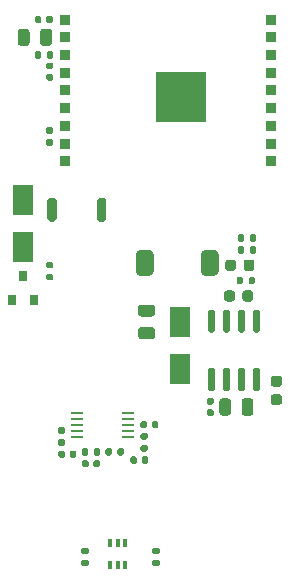
<source format=gbr>
%TF.GenerationSoftware,KiCad,Pcbnew,5.1.10*%
%TF.CreationDate,2021-08-16T03:58:39-04:00*%
%TF.ProjectId,wifi-50A-relay,77696669-2d35-4304-912d-72656c61792e,rev?*%
%TF.SameCoordinates,Original*%
%TF.FileFunction,Paste,Top*%
%TF.FilePolarity,Positive*%
%FSLAX46Y46*%
G04 Gerber Fmt 4.6, Leading zero omitted, Abs format (unit mm)*
G04 Created by KiCad (PCBNEW 5.1.10) date 2021-08-16 03:58:39*
%MOMM*%
%LPD*%
G01*
G04 APERTURE LIST*
%ADD10R,1.100000X0.250000*%
%ADD11R,4.300000X4.300000*%
%ADD12R,0.850000X0.912500*%
%ADD13R,0.800000X0.900000*%
%ADD14R,0.400000X0.650000*%
%ADD15R,1.800000X2.500000*%
G04 APERTURE END LIST*
%TO.C,R12*%
G36*
G01*
X91685000Y-59560000D02*
X91315000Y-59560000D01*
G75*
G02*
X91180000Y-59425000I0J135000D01*
G01*
X91180000Y-59155000D01*
G75*
G02*
X91315000Y-59020000I135000J0D01*
G01*
X91685000Y-59020000D01*
G75*
G02*
X91820000Y-59155000I0J-135000D01*
G01*
X91820000Y-59425000D01*
G75*
G02*
X91685000Y-59560000I-135000J0D01*
G01*
G37*
G36*
G01*
X91685000Y-60580000D02*
X91315000Y-60580000D01*
G75*
G02*
X91180000Y-60445000I0J135000D01*
G01*
X91180000Y-60175000D01*
G75*
G02*
X91315000Y-60040000I135000J0D01*
G01*
X91685000Y-60040000D01*
G75*
G02*
X91820000Y-60175000I0J-135000D01*
G01*
X91820000Y-60445000D01*
G75*
G02*
X91685000Y-60580000I-135000J0D01*
G01*
G37*
%TD*%
%TO.C,C13*%
G36*
G01*
X94800000Y-75930000D02*
X94800000Y-76270000D01*
G75*
G02*
X94660000Y-76410000I-140000J0D01*
G01*
X94380000Y-76410000D01*
G75*
G02*
X94240000Y-76270000I0J140000D01*
G01*
X94240000Y-75930000D01*
G75*
G02*
X94380000Y-75790000I140000J0D01*
G01*
X94660000Y-75790000D01*
G75*
G02*
X94800000Y-75930000I0J-140000D01*
G01*
G37*
G36*
G01*
X95760000Y-75930000D02*
X95760000Y-76270000D01*
G75*
G02*
X95620000Y-76410000I-140000J0D01*
G01*
X95340000Y-76410000D01*
G75*
G02*
X95200000Y-76270000I0J140000D01*
G01*
X95200000Y-75930000D01*
G75*
G02*
X95340000Y-75790000I140000J0D01*
G01*
X95620000Y-75790000D01*
G75*
G02*
X95760000Y-75930000I0J-140000D01*
G01*
G37*
%TD*%
%TO.C,C12*%
G36*
G01*
X98900000Y-75630000D02*
X98900000Y-75970000D01*
G75*
G02*
X98760000Y-76110000I-140000J0D01*
G01*
X98480000Y-76110000D01*
G75*
G02*
X98340000Y-75970000I0J140000D01*
G01*
X98340000Y-75630000D01*
G75*
G02*
X98480000Y-75490000I140000J0D01*
G01*
X98760000Y-75490000D01*
G75*
G02*
X98900000Y-75630000I0J-140000D01*
G01*
G37*
G36*
G01*
X99860000Y-75630000D02*
X99860000Y-75970000D01*
G75*
G02*
X99720000Y-76110000I-140000J0D01*
G01*
X99440000Y-76110000D01*
G75*
G02*
X99300000Y-75970000I0J140000D01*
G01*
X99300000Y-75630000D01*
G75*
G02*
X99440000Y-75490000I140000J0D01*
G01*
X99720000Y-75490000D01*
G75*
G02*
X99860000Y-75630000I0J-140000D01*
G01*
G37*
%TD*%
%TO.C,C11*%
G36*
G01*
X93200000Y-75470000D02*
X93200000Y-75130000D01*
G75*
G02*
X93340000Y-74990000I140000J0D01*
G01*
X93620000Y-74990000D01*
G75*
G02*
X93760000Y-75130000I0J-140000D01*
G01*
X93760000Y-75470000D01*
G75*
G02*
X93620000Y-75610000I-140000J0D01*
G01*
X93340000Y-75610000D01*
G75*
G02*
X93200000Y-75470000I0J140000D01*
G01*
G37*
G36*
G01*
X92240000Y-75470000D02*
X92240000Y-75130000D01*
G75*
G02*
X92380000Y-74990000I140000J0D01*
G01*
X92660000Y-74990000D01*
G75*
G02*
X92800000Y-75130000I0J-140000D01*
G01*
X92800000Y-75470000D01*
G75*
G02*
X92660000Y-75610000I-140000J0D01*
G01*
X92380000Y-75610000D01*
G75*
G02*
X92240000Y-75470000I0J140000D01*
G01*
G37*
%TD*%
%TO.C,R11*%
G36*
G01*
X94760000Y-74915000D02*
X94760000Y-75285000D01*
G75*
G02*
X94625000Y-75420000I-135000J0D01*
G01*
X94355000Y-75420000D01*
G75*
G02*
X94220000Y-75285000I0J135000D01*
G01*
X94220000Y-74915000D01*
G75*
G02*
X94355000Y-74780000I135000J0D01*
G01*
X94625000Y-74780000D01*
G75*
G02*
X94760000Y-74915000I0J-135000D01*
G01*
G37*
G36*
G01*
X95780000Y-74915000D02*
X95780000Y-75285000D01*
G75*
G02*
X95645000Y-75420000I-135000J0D01*
G01*
X95375000Y-75420000D01*
G75*
G02*
X95240000Y-75285000I0J135000D01*
G01*
X95240000Y-74915000D01*
G75*
G02*
X95375000Y-74780000I135000J0D01*
G01*
X95645000Y-74780000D01*
G75*
G02*
X95780000Y-74915000I0J-135000D01*
G01*
G37*
%TD*%
%TO.C,R10*%
G36*
G01*
X96760000Y-74915000D02*
X96760000Y-75285000D01*
G75*
G02*
X96625000Y-75420000I-135000J0D01*
G01*
X96355000Y-75420000D01*
G75*
G02*
X96220000Y-75285000I0J135000D01*
G01*
X96220000Y-74915000D01*
G75*
G02*
X96355000Y-74780000I135000J0D01*
G01*
X96625000Y-74780000D01*
G75*
G02*
X96760000Y-74915000I0J-135000D01*
G01*
G37*
G36*
G01*
X97780000Y-74915000D02*
X97780000Y-75285000D01*
G75*
G02*
X97645000Y-75420000I-135000J0D01*
G01*
X97375000Y-75420000D01*
G75*
G02*
X97240000Y-75285000I0J135000D01*
G01*
X97240000Y-74915000D01*
G75*
G02*
X97375000Y-74780000I135000J0D01*
G01*
X97645000Y-74780000D01*
G75*
G02*
X97780000Y-74915000I0J-135000D01*
G01*
G37*
%TD*%
%TO.C,R9*%
G36*
G01*
X99685000Y-74060000D02*
X99315000Y-74060000D01*
G75*
G02*
X99180000Y-73925000I0J135000D01*
G01*
X99180000Y-73655000D01*
G75*
G02*
X99315000Y-73520000I135000J0D01*
G01*
X99685000Y-73520000D01*
G75*
G02*
X99820000Y-73655000I0J-135000D01*
G01*
X99820000Y-73925000D01*
G75*
G02*
X99685000Y-74060000I-135000J0D01*
G01*
G37*
G36*
G01*
X99685000Y-75080000D02*
X99315000Y-75080000D01*
G75*
G02*
X99180000Y-74945000I0J135000D01*
G01*
X99180000Y-74675000D01*
G75*
G02*
X99315000Y-74540000I135000J0D01*
G01*
X99685000Y-74540000D01*
G75*
G02*
X99820000Y-74675000I0J-135000D01*
G01*
X99820000Y-74945000D01*
G75*
G02*
X99685000Y-75080000I-135000J0D01*
G01*
G37*
%TD*%
%TO.C,R8*%
G36*
G01*
X92685000Y-73560000D02*
X92315000Y-73560000D01*
G75*
G02*
X92180000Y-73425000I0J135000D01*
G01*
X92180000Y-73155000D01*
G75*
G02*
X92315000Y-73020000I135000J0D01*
G01*
X92685000Y-73020000D01*
G75*
G02*
X92820000Y-73155000I0J-135000D01*
G01*
X92820000Y-73425000D01*
G75*
G02*
X92685000Y-73560000I-135000J0D01*
G01*
G37*
G36*
G01*
X92685000Y-74580000D02*
X92315000Y-74580000D01*
G75*
G02*
X92180000Y-74445000I0J135000D01*
G01*
X92180000Y-74175000D01*
G75*
G02*
X92315000Y-74040000I135000J0D01*
G01*
X92685000Y-74040000D01*
G75*
G02*
X92820000Y-74175000I0J-135000D01*
G01*
X92820000Y-74445000D01*
G75*
G02*
X92685000Y-74580000I-135000J0D01*
G01*
G37*
%TD*%
%TO.C,R7*%
G36*
G01*
X100315000Y-84240000D02*
X100685000Y-84240000D01*
G75*
G02*
X100820000Y-84375000I0J-135000D01*
G01*
X100820000Y-84645000D01*
G75*
G02*
X100685000Y-84780000I-135000J0D01*
G01*
X100315000Y-84780000D01*
G75*
G02*
X100180000Y-84645000I0J135000D01*
G01*
X100180000Y-84375000D01*
G75*
G02*
X100315000Y-84240000I135000J0D01*
G01*
G37*
G36*
G01*
X100315000Y-83220000D02*
X100685000Y-83220000D01*
G75*
G02*
X100820000Y-83355000I0J-135000D01*
G01*
X100820000Y-83625000D01*
G75*
G02*
X100685000Y-83760000I-135000J0D01*
G01*
X100315000Y-83760000D01*
G75*
G02*
X100180000Y-83625000I0J135000D01*
G01*
X100180000Y-83355000D01*
G75*
G02*
X100315000Y-83220000I135000J0D01*
G01*
G37*
%TD*%
%TO.C,R6*%
G36*
G01*
X94315000Y-84240000D02*
X94685000Y-84240000D01*
G75*
G02*
X94820000Y-84375000I0J-135000D01*
G01*
X94820000Y-84645000D01*
G75*
G02*
X94685000Y-84780000I-135000J0D01*
G01*
X94315000Y-84780000D01*
G75*
G02*
X94180000Y-84645000I0J135000D01*
G01*
X94180000Y-84375000D01*
G75*
G02*
X94315000Y-84240000I135000J0D01*
G01*
G37*
G36*
G01*
X94315000Y-83220000D02*
X94685000Y-83220000D01*
G75*
G02*
X94820000Y-83355000I0J-135000D01*
G01*
X94820000Y-83625000D01*
G75*
G02*
X94685000Y-83760000I-135000J0D01*
G01*
X94315000Y-83760000D01*
G75*
G02*
X94180000Y-83625000I0J135000D01*
G01*
X94180000Y-83355000D01*
G75*
G02*
X94315000Y-83220000I135000J0D01*
G01*
G37*
%TD*%
%TO.C,R3*%
G36*
G01*
X91315000Y-48640000D02*
X91685000Y-48640000D01*
G75*
G02*
X91820000Y-48775000I0J-135000D01*
G01*
X91820000Y-49045000D01*
G75*
G02*
X91685000Y-49180000I-135000J0D01*
G01*
X91315000Y-49180000D01*
G75*
G02*
X91180000Y-49045000I0J135000D01*
G01*
X91180000Y-48775000D01*
G75*
G02*
X91315000Y-48640000I135000J0D01*
G01*
G37*
G36*
G01*
X91315000Y-47620000D02*
X91685000Y-47620000D01*
G75*
G02*
X91820000Y-47755000I0J-135000D01*
G01*
X91820000Y-48025000D01*
G75*
G02*
X91685000Y-48160000I-135000J0D01*
G01*
X91315000Y-48160000D01*
G75*
G02*
X91180000Y-48025000I0J135000D01*
G01*
X91180000Y-47755000D01*
G75*
G02*
X91315000Y-47620000I135000J0D01*
G01*
G37*
%TD*%
%TO.C,R2*%
G36*
G01*
X91240000Y-41685000D02*
X91240000Y-41315000D01*
G75*
G02*
X91375000Y-41180000I135000J0D01*
G01*
X91645000Y-41180000D01*
G75*
G02*
X91780000Y-41315000I0J-135000D01*
G01*
X91780000Y-41685000D01*
G75*
G02*
X91645000Y-41820000I-135000J0D01*
G01*
X91375000Y-41820000D01*
G75*
G02*
X91240000Y-41685000I0J135000D01*
G01*
G37*
G36*
G01*
X90220000Y-41685000D02*
X90220000Y-41315000D01*
G75*
G02*
X90355000Y-41180000I135000J0D01*
G01*
X90625000Y-41180000D01*
G75*
G02*
X90760000Y-41315000I0J-135000D01*
G01*
X90760000Y-41685000D01*
G75*
G02*
X90625000Y-41820000I-135000J0D01*
G01*
X90355000Y-41820000D01*
G75*
G02*
X90220000Y-41685000I0J135000D01*
G01*
G37*
%TD*%
%TO.C,R1*%
G36*
G01*
X107860000Y-60415000D02*
X107860000Y-60785000D01*
G75*
G02*
X107725000Y-60920000I-135000J0D01*
G01*
X107455000Y-60920000D01*
G75*
G02*
X107320000Y-60785000I0J135000D01*
G01*
X107320000Y-60415000D01*
G75*
G02*
X107455000Y-60280000I135000J0D01*
G01*
X107725000Y-60280000D01*
G75*
G02*
X107860000Y-60415000I0J-135000D01*
G01*
G37*
G36*
G01*
X108880000Y-60415000D02*
X108880000Y-60785000D01*
G75*
G02*
X108745000Y-60920000I-135000J0D01*
G01*
X108475000Y-60920000D01*
G75*
G02*
X108340000Y-60785000I0J135000D01*
G01*
X108340000Y-60415000D01*
G75*
G02*
X108475000Y-60280000I135000J0D01*
G01*
X108745000Y-60280000D01*
G75*
G02*
X108880000Y-60415000I0J-135000D01*
G01*
G37*
%TD*%
%TO.C,C10*%
G36*
G01*
X100150000Y-72970000D02*
X100150000Y-72630000D01*
G75*
G02*
X100290000Y-72490000I140000J0D01*
G01*
X100570000Y-72490000D01*
G75*
G02*
X100710000Y-72630000I0J-140000D01*
G01*
X100710000Y-72970000D01*
G75*
G02*
X100570000Y-73110000I-140000J0D01*
G01*
X100290000Y-73110000D01*
G75*
G02*
X100150000Y-72970000I0J140000D01*
G01*
G37*
G36*
G01*
X99190000Y-72970000D02*
X99190000Y-72630000D01*
G75*
G02*
X99330000Y-72490000I140000J0D01*
G01*
X99610000Y-72490000D01*
G75*
G02*
X99750000Y-72630000I0J-140000D01*
G01*
X99750000Y-72970000D01*
G75*
G02*
X99610000Y-73110000I-140000J0D01*
G01*
X99330000Y-73110000D01*
G75*
G02*
X99190000Y-72970000I0J140000D01*
G01*
G37*
%TD*%
%TO.C,C8*%
G36*
G01*
X91330000Y-43100000D02*
X91670000Y-43100000D01*
G75*
G02*
X91810000Y-43240000I0J-140000D01*
G01*
X91810000Y-43520000D01*
G75*
G02*
X91670000Y-43660000I-140000J0D01*
G01*
X91330000Y-43660000D01*
G75*
G02*
X91190000Y-43520000I0J140000D01*
G01*
X91190000Y-43240000D01*
G75*
G02*
X91330000Y-43100000I140000J0D01*
G01*
G37*
G36*
G01*
X91330000Y-42140000D02*
X91670000Y-42140000D01*
G75*
G02*
X91810000Y-42280000I0J-140000D01*
G01*
X91810000Y-42560000D01*
G75*
G02*
X91670000Y-42700000I-140000J0D01*
G01*
X91330000Y-42700000D01*
G75*
G02*
X91190000Y-42560000I0J140000D01*
G01*
X91190000Y-42280000D01*
G75*
G02*
X91330000Y-42140000I140000J0D01*
G01*
G37*
%TD*%
%TO.C,C7*%
G36*
G01*
X104930000Y-71500000D02*
X105270000Y-71500000D01*
G75*
G02*
X105410000Y-71640000I0J-140000D01*
G01*
X105410000Y-71920000D01*
G75*
G02*
X105270000Y-72060000I-140000J0D01*
G01*
X104930000Y-72060000D01*
G75*
G02*
X104790000Y-71920000I0J140000D01*
G01*
X104790000Y-71640000D01*
G75*
G02*
X104930000Y-71500000I140000J0D01*
G01*
G37*
G36*
G01*
X104930000Y-70540000D02*
X105270000Y-70540000D01*
G75*
G02*
X105410000Y-70680000I0J-140000D01*
G01*
X105410000Y-70960000D01*
G75*
G02*
X105270000Y-71100000I-140000J0D01*
G01*
X104930000Y-71100000D01*
G75*
G02*
X104790000Y-70960000I0J140000D01*
G01*
X104790000Y-70680000D01*
G75*
G02*
X104930000Y-70540000I140000J0D01*
G01*
G37*
%TD*%
%TO.C,C5*%
G36*
G01*
X90800000Y-38330000D02*
X90800000Y-38670000D01*
G75*
G02*
X90660000Y-38810000I-140000J0D01*
G01*
X90380000Y-38810000D01*
G75*
G02*
X90240000Y-38670000I0J140000D01*
G01*
X90240000Y-38330000D01*
G75*
G02*
X90380000Y-38190000I140000J0D01*
G01*
X90660000Y-38190000D01*
G75*
G02*
X90800000Y-38330000I0J-140000D01*
G01*
G37*
G36*
G01*
X91760000Y-38330000D02*
X91760000Y-38670000D01*
G75*
G02*
X91620000Y-38810000I-140000J0D01*
G01*
X91340000Y-38810000D01*
G75*
G02*
X91200000Y-38670000I0J140000D01*
G01*
X91200000Y-38330000D01*
G75*
G02*
X91340000Y-38190000I140000J0D01*
G01*
X91620000Y-38190000D01*
G75*
G02*
X91760000Y-38330000I0J-140000D01*
G01*
G37*
%TD*%
D10*
%TO.C,U3*%
X98150000Y-71800000D03*
X98150000Y-72300000D03*
X98150000Y-72800000D03*
X98150000Y-73300000D03*
X98150000Y-73800000D03*
X93850000Y-73800000D03*
X93850000Y-73300000D03*
X93850000Y-72800000D03*
X93850000Y-72300000D03*
X93850000Y-71800000D03*
%TD*%
%TO.C,U2*%
G36*
G01*
X105345000Y-65000000D02*
X105045000Y-65000000D01*
G75*
G02*
X104895000Y-64850000I0J150000D01*
G01*
X104895000Y-63200000D01*
G75*
G02*
X105045000Y-63050000I150000J0D01*
G01*
X105345000Y-63050000D01*
G75*
G02*
X105495000Y-63200000I0J-150000D01*
G01*
X105495000Y-64850000D01*
G75*
G02*
X105345000Y-65000000I-150000J0D01*
G01*
G37*
G36*
G01*
X106615000Y-65000000D02*
X106315000Y-65000000D01*
G75*
G02*
X106165000Y-64850000I0J150000D01*
G01*
X106165000Y-63200000D01*
G75*
G02*
X106315000Y-63050000I150000J0D01*
G01*
X106615000Y-63050000D01*
G75*
G02*
X106765000Y-63200000I0J-150000D01*
G01*
X106765000Y-64850000D01*
G75*
G02*
X106615000Y-65000000I-150000J0D01*
G01*
G37*
G36*
G01*
X107885000Y-65000000D02*
X107585000Y-65000000D01*
G75*
G02*
X107435000Y-64850000I0J150000D01*
G01*
X107435000Y-63200000D01*
G75*
G02*
X107585000Y-63050000I150000J0D01*
G01*
X107885000Y-63050000D01*
G75*
G02*
X108035000Y-63200000I0J-150000D01*
G01*
X108035000Y-64850000D01*
G75*
G02*
X107885000Y-65000000I-150000J0D01*
G01*
G37*
G36*
G01*
X109155000Y-65000000D02*
X108855000Y-65000000D01*
G75*
G02*
X108705000Y-64850000I0J150000D01*
G01*
X108705000Y-63200000D01*
G75*
G02*
X108855000Y-63050000I150000J0D01*
G01*
X109155000Y-63050000D01*
G75*
G02*
X109305000Y-63200000I0J-150000D01*
G01*
X109305000Y-64850000D01*
G75*
G02*
X109155000Y-65000000I-150000J0D01*
G01*
G37*
G36*
G01*
X109155000Y-69950000D02*
X108855000Y-69950000D01*
G75*
G02*
X108705000Y-69800000I0J150000D01*
G01*
X108705000Y-68150000D01*
G75*
G02*
X108855000Y-68000000I150000J0D01*
G01*
X109155000Y-68000000D01*
G75*
G02*
X109305000Y-68150000I0J-150000D01*
G01*
X109305000Y-69800000D01*
G75*
G02*
X109155000Y-69950000I-150000J0D01*
G01*
G37*
G36*
G01*
X107885000Y-69950000D02*
X107585000Y-69950000D01*
G75*
G02*
X107435000Y-69800000I0J150000D01*
G01*
X107435000Y-68150000D01*
G75*
G02*
X107585000Y-68000000I150000J0D01*
G01*
X107885000Y-68000000D01*
G75*
G02*
X108035000Y-68150000I0J-150000D01*
G01*
X108035000Y-69800000D01*
G75*
G02*
X107885000Y-69950000I-150000J0D01*
G01*
G37*
G36*
G01*
X106615000Y-69950000D02*
X106315000Y-69950000D01*
G75*
G02*
X106165000Y-69800000I0J150000D01*
G01*
X106165000Y-68150000D01*
G75*
G02*
X106315000Y-68000000I150000J0D01*
G01*
X106615000Y-68000000D01*
G75*
G02*
X106765000Y-68150000I0J-150000D01*
G01*
X106765000Y-69800000D01*
G75*
G02*
X106615000Y-69950000I-150000J0D01*
G01*
G37*
G36*
G01*
X105345000Y-69950000D02*
X105045000Y-69950000D01*
G75*
G02*
X104895000Y-69800000I0J150000D01*
G01*
X104895000Y-68150000D01*
G75*
G02*
X105045000Y-68000000I150000J0D01*
G01*
X105345000Y-68000000D01*
G75*
G02*
X105495000Y-68150000I0J-150000D01*
G01*
X105495000Y-69800000D01*
G75*
G02*
X105345000Y-69950000I-150000J0D01*
G01*
G37*
%TD*%
D11*
%TO.C,U1*%
X102620000Y-45080000D03*
D12*
X92762500Y-38500000D03*
X92762500Y-40000000D03*
X92762500Y-41500000D03*
X92762500Y-43000000D03*
X92762500Y-44500000D03*
X92762500Y-46000000D03*
X92762500Y-47500000D03*
X92762500Y-49000000D03*
X92762500Y-50500000D03*
X110237500Y-50500000D03*
X110237500Y-49000000D03*
X110237500Y-47500000D03*
X110237500Y-46000000D03*
X110237500Y-44500000D03*
X110237500Y-43000000D03*
X110237500Y-41500000D03*
X110237500Y-40000000D03*
X110237500Y-38500000D03*
%TD*%
%TO.C,SW1*%
G36*
G01*
X91300000Y-55400000D02*
X91300000Y-53800000D01*
G75*
G02*
X91500000Y-53600000I200000J0D01*
G01*
X91900000Y-53600000D01*
G75*
G02*
X92100000Y-53800000I0J-200000D01*
G01*
X92100000Y-55400000D01*
G75*
G02*
X91900000Y-55600000I-200000J0D01*
G01*
X91500000Y-55600000D01*
G75*
G02*
X91300000Y-55400000I0J200000D01*
G01*
G37*
G36*
G01*
X95500000Y-55400000D02*
X95500000Y-53800000D01*
G75*
G02*
X95700000Y-53600000I200000J0D01*
G01*
X96100000Y-53600000D01*
G75*
G02*
X96300000Y-53800000I0J-200000D01*
G01*
X96300000Y-55400000D01*
G75*
G02*
X96100000Y-55600000I-200000J0D01*
G01*
X95700000Y-55600000D01*
G75*
G02*
X95500000Y-55400000I0J200000D01*
G01*
G37*
%TD*%
%TO.C,R5*%
G36*
G01*
X107960000Y-57815000D02*
X107960000Y-58185000D01*
G75*
G02*
X107825000Y-58320000I-135000J0D01*
G01*
X107555000Y-58320000D01*
G75*
G02*
X107420000Y-58185000I0J135000D01*
G01*
X107420000Y-57815000D01*
G75*
G02*
X107555000Y-57680000I135000J0D01*
G01*
X107825000Y-57680000D01*
G75*
G02*
X107960000Y-57815000I0J-135000D01*
G01*
G37*
G36*
G01*
X108980000Y-57815000D02*
X108980000Y-58185000D01*
G75*
G02*
X108845000Y-58320000I-135000J0D01*
G01*
X108575000Y-58320000D01*
G75*
G02*
X108440000Y-58185000I0J135000D01*
G01*
X108440000Y-57815000D01*
G75*
G02*
X108575000Y-57680000I135000J0D01*
G01*
X108845000Y-57680000D01*
G75*
G02*
X108980000Y-57815000I0J-135000D01*
G01*
G37*
%TD*%
%TO.C,R4*%
G36*
G01*
X108440000Y-57185000D02*
X108440000Y-56815000D01*
G75*
G02*
X108575000Y-56680000I135000J0D01*
G01*
X108845000Y-56680000D01*
G75*
G02*
X108980000Y-56815000I0J-135000D01*
G01*
X108980000Y-57185000D01*
G75*
G02*
X108845000Y-57320000I-135000J0D01*
G01*
X108575000Y-57320000D01*
G75*
G02*
X108440000Y-57185000I0J135000D01*
G01*
G37*
G36*
G01*
X107420000Y-57185000D02*
X107420000Y-56815000D01*
G75*
G02*
X107555000Y-56680000I135000J0D01*
G01*
X107825000Y-56680000D01*
G75*
G02*
X107960000Y-56815000I0J-135000D01*
G01*
X107960000Y-57185000D01*
G75*
G02*
X107825000Y-57320000I-135000J0D01*
G01*
X107555000Y-57320000D01*
G75*
G02*
X107420000Y-57185000I0J135000D01*
G01*
G37*
%TD*%
D13*
%TO.C,Q1*%
X89250000Y-60250000D03*
X90200000Y-62250000D03*
X88300000Y-62250000D03*
%TD*%
%TO.C,L1*%
G36*
G01*
X100300000Y-58375000D02*
X100300000Y-59825000D01*
G75*
G02*
X99925000Y-60200000I-375000J0D01*
G01*
X99175000Y-60200000D01*
G75*
G02*
X98800000Y-59825000I0J375000D01*
G01*
X98800000Y-58375000D01*
G75*
G02*
X99175000Y-58000000I375000J0D01*
G01*
X99925000Y-58000000D01*
G75*
G02*
X100300000Y-58375000I0J-375000D01*
G01*
G37*
G36*
G01*
X105800000Y-58375000D02*
X105800000Y-59825000D01*
G75*
G02*
X105425000Y-60200000I-375000J0D01*
G01*
X104675000Y-60200000D01*
G75*
G02*
X104300000Y-59825000I0J375000D01*
G01*
X104300000Y-58375000D01*
G75*
G02*
X104675000Y-58000000I375000J0D01*
G01*
X105425000Y-58000000D01*
G75*
G02*
X105800000Y-58375000I0J-375000D01*
G01*
G37*
%TD*%
D14*
%TO.C,D3*%
X96600000Y-82800000D03*
X97900000Y-82800000D03*
X97250000Y-84700000D03*
X97250000Y-82800000D03*
X97900000Y-84700000D03*
X96600000Y-84700000D03*
%TD*%
D15*
%TO.C,D2*%
X89250000Y-57750000D03*
X89250000Y-53750000D03*
%TD*%
%TO.C,D1*%
X102500000Y-68100000D03*
X102500000Y-64100000D03*
%TD*%
%TO.C,C9*%
G36*
G01*
X99225000Y-64550000D02*
X100175000Y-64550000D01*
G75*
G02*
X100425000Y-64800000I0J-250000D01*
G01*
X100425000Y-65300000D01*
G75*
G02*
X100175000Y-65550000I-250000J0D01*
G01*
X99225000Y-65550000D01*
G75*
G02*
X98975000Y-65300000I0J250000D01*
G01*
X98975000Y-64800000D01*
G75*
G02*
X99225000Y-64550000I250000J0D01*
G01*
G37*
G36*
G01*
X99225000Y-62650000D02*
X100175000Y-62650000D01*
G75*
G02*
X100425000Y-62900000I0J-250000D01*
G01*
X100425000Y-63400000D01*
G75*
G02*
X100175000Y-63650000I-250000J0D01*
G01*
X99225000Y-63650000D01*
G75*
G02*
X98975000Y-63400000I0J250000D01*
G01*
X98975000Y-62900000D01*
G75*
G02*
X99225000Y-62650000I250000J0D01*
G01*
G37*
%TD*%
%TO.C,C6*%
G36*
G01*
X107275000Y-59050000D02*
X107275000Y-59550000D01*
G75*
G02*
X107050000Y-59775000I-225000J0D01*
G01*
X106600000Y-59775000D01*
G75*
G02*
X106375000Y-59550000I0J225000D01*
G01*
X106375000Y-59050000D01*
G75*
G02*
X106600000Y-58825000I225000J0D01*
G01*
X107050000Y-58825000D01*
G75*
G02*
X107275000Y-59050000I0J-225000D01*
G01*
G37*
G36*
G01*
X108825000Y-59050000D02*
X108825000Y-59550000D01*
G75*
G02*
X108600000Y-59775000I-225000J0D01*
G01*
X108150000Y-59775000D01*
G75*
G02*
X107925000Y-59550000I0J225000D01*
G01*
X107925000Y-59050000D01*
G75*
G02*
X108150000Y-58825000I225000J0D01*
G01*
X108600000Y-58825000D01*
G75*
G02*
X108825000Y-59050000I0J-225000D01*
G01*
G37*
%TD*%
%TO.C,C4*%
G36*
G01*
X107175000Y-61650000D02*
X107175000Y-62150000D01*
G75*
G02*
X106950000Y-62375000I-225000J0D01*
G01*
X106500000Y-62375000D01*
G75*
G02*
X106275000Y-62150000I0J225000D01*
G01*
X106275000Y-61650000D01*
G75*
G02*
X106500000Y-61425000I225000J0D01*
G01*
X106950000Y-61425000D01*
G75*
G02*
X107175000Y-61650000I0J-225000D01*
G01*
G37*
G36*
G01*
X108725000Y-61650000D02*
X108725000Y-62150000D01*
G75*
G02*
X108500000Y-62375000I-225000J0D01*
G01*
X108050000Y-62375000D01*
G75*
G02*
X107825000Y-62150000I0J225000D01*
G01*
X107825000Y-61650000D01*
G75*
G02*
X108050000Y-61425000I225000J0D01*
G01*
X108500000Y-61425000D01*
G75*
G02*
X108725000Y-61650000I0J-225000D01*
G01*
G37*
%TD*%
%TO.C,C3*%
G36*
G01*
X89800000Y-39525000D02*
X89800000Y-40475000D01*
G75*
G02*
X89550000Y-40725000I-250000J0D01*
G01*
X89050000Y-40725000D01*
G75*
G02*
X88800000Y-40475000I0J250000D01*
G01*
X88800000Y-39525000D01*
G75*
G02*
X89050000Y-39275000I250000J0D01*
G01*
X89550000Y-39275000D01*
G75*
G02*
X89800000Y-39525000I0J-250000D01*
G01*
G37*
G36*
G01*
X91700000Y-39525000D02*
X91700000Y-40475000D01*
G75*
G02*
X91450000Y-40725000I-250000J0D01*
G01*
X90950000Y-40725000D01*
G75*
G02*
X90700000Y-40475000I0J250000D01*
G01*
X90700000Y-39525000D01*
G75*
G02*
X90950000Y-39275000I250000J0D01*
G01*
X91450000Y-39275000D01*
G75*
G02*
X91700000Y-39525000I0J-250000D01*
G01*
G37*
%TD*%
%TO.C,C2*%
G36*
G01*
X110450000Y-70225000D02*
X110950000Y-70225000D01*
G75*
G02*
X111175000Y-70450000I0J-225000D01*
G01*
X111175000Y-70900000D01*
G75*
G02*
X110950000Y-71125000I-225000J0D01*
G01*
X110450000Y-71125000D01*
G75*
G02*
X110225000Y-70900000I0J225000D01*
G01*
X110225000Y-70450000D01*
G75*
G02*
X110450000Y-70225000I225000J0D01*
G01*
G37*
G36*
G01*
X110450000Y-68675000D02*
X110950000Y-68675000D01*
G75*
G02*
X111175000Y-68900000I0J-225000D01*
G01*
X111175000Y-69350000D01*
G75*
G02*
X110950000Y-69575000I-225000J0D01*
G01*
X110450000Y-69575000D01*
G75*
G02*
X110225000Y-69350000I0J225000D01*
G01*
X110225000Y-68900000D01*
G75*
G02*
X110450000Y-68675000I225000J0D01*
G01*
G37*
%TD*%
%TO.C,C1*%
G36*
G01*
X107750000Y-71775000D02*
X107750000Y-70825000D01*
G75*
G02*
X108000000Y-70575000I250000J0D01*
G01*
X108500000Y-70575000D01*
G75*
G02*
X108750000Y-70825000I0J-250000D01*
G01*
X108750000Y-71775000D01*
G75*
G02*
X108500000Y-72025000I-250000J0D01*
G01*
X108000000Y-72025000D01*
G75*
G02*
X107750000Y-71775000I0J250000D01*
G01*
G37*
G36*
G01*
X105850000Y-71775000D02*
X105850000Y-70825000D01*
G75*
G02*
X106100000Y-70575000I250000J0D01*
G01*
X106600000Y-70575000D01*
G75*
G02*
X106850000Y-70825000I0J-250000D01*
G01*
X106850000Y-71775000D01*
G75*
G02*
X106600000Y-72025000I-250000J0D01*
G01*
X106100000Y-72025000D01*
G75*
G02*
X105850000Y-71775000I0J250000D01*
G01*
G37*
%TD*%
M02*

</source>
